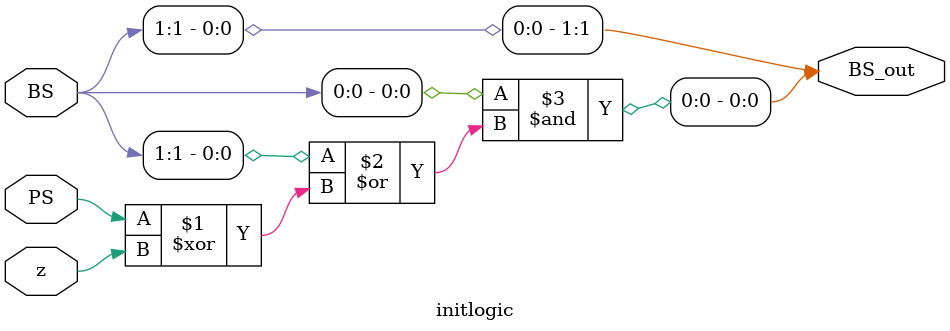
<source format=v>
`timescale 1ns / 1ps


module initlogic(
input [1:0] BS,
input PS,
input z,
output [1:0] BS_out
);
assign BS_out = {BS[1],(BS[0]&(BS[1]|(PS ^ z)))};
endmodule


</source>
